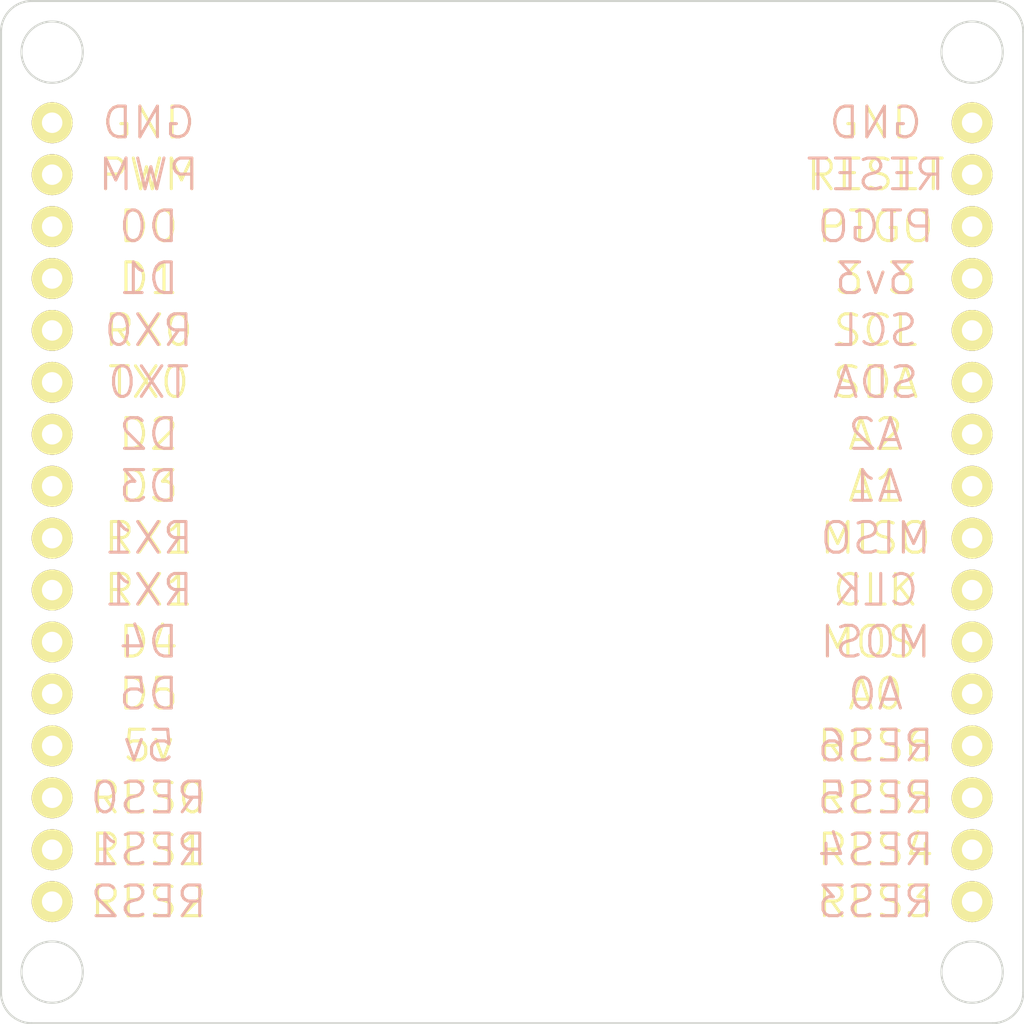
<source format=kicad_pcb>
(kicad_pcb (version 4) (host pcbnew "(2014-12-04 BZR 5312)-product")

  (general
    (links 0)
    (no_connects 0)
    (area 0 0 0 0)
    (thickness 1.6)
    (drawings 12)
    (tracks 0)
    (zones 0)
    (modules 1)
    (nets 33)
  )

  (page A4)
  (layers
    (0 F.Cu signal)
    (31 B.Cu signal)
    (32 B.Adhes user)
    (33 F.Adhes user)
    (34 B.Paste user)
    (35 F.Paste user)
    (36 B.SilkS user)
    (37 F.SilkS user)
    (38 B.Mask user)
    (39 F.Mask user)
    (40 Dwgs.User user)
    (41 Cmts.User user)
    (42 Eco1.User user)
    (43 Eco2.User user)
    (44 Edge.Cuts user)
    (45 Margin user)
    (46 B.CrtYd user)
    (47 F.CrtYd user)
    (48 B.Fab user)
    (49 F.Fab user)
  )

  (setup
    (last_trace_width 0.254)
    (trace_clearance 0.254)
    (zone_clearance 0.508)
    (zone_45_only no)
    (trace_min 0.254)
    (segment_width 0.2)
    (edge_width 0.1)
    (via_size 0.889)
    (via_drill 0.635)
    (via_min_size 0.889)
    (via_min_drill 0.508)
    (uvia_size 0.508)
    (uvia_drill 0.127)
    (uvias_allowed no)
    (uvia_min_size 0.508)
    (uvia_min_drill 0.127)
    (pcb_text_width 0.3)
    (pcb_text_size 1.5 1.5)
    (mod_edge_width 0.15)
    (mod_text_size 1 1)
    (mod_text_width 0.15)
    (pad_size 1.5 1.5)
    (pad_drill 0.6)
    (pad_to_mask_clearance 0)
    (aux_axis_origin 0 0)
    (visible_elements FFFFFF7F)
    (pcbplotparams
      (layerselection 0x00030_80000001)
      (usegerberextensions false)
      (excludeedgelayer true)
      (linewidth 0.100000)
      (plotframeref false)
      (viasonmask false)
      (mode 1)
      (useauxorigin false)
      (hpglpennumber 1)
      (hpglpenspeed 20)
      (hpglpendiameter 15)
      (hpglpenoverlay 2)
      (psnegative false)
      (psa4output false)
      (plotreference true)
      (plotvalue true)
      (plotinvisibletext false)
      (padsonsilk false)
      (subtractmaskfromsilk false)
      (outputformat 1)
      (mirror false)
      (drillshape 1)
      (scaleselection 1)
      (outputdirectory ""))
  )

  (net 0 "")
  (net 1 "Net-(U1-Pad1)")
  (net 2 "Net-(U1-Pad2)")
  (net 3 "Net-(U1-Pad3)")
  (net 4 "Net-(U1-Pad4)")
  (net 5 "Net-(U1-Pad5)")
  (net 6 "Net-(U1-Pad6)")
  (net 7 "Net-(U1-Pad7)")
  (net 8 "Net-(U1-Pad8)")
  (net 9 "Net-(U1-Pad9)")
  (net 10 "Net-(U1-Pad10)")
  (net 11 "Net-(U1-Pad11)")
  (net 12 "Net-(U1-Pad12)")
  (net 13 "Net-(U1-Pad13)")
  (net 14 "Net-(U1-Pad14)")
  (net 15 "Net-(U1-Pad15)")
  (net 16 "Net-(U1-Pad16)")
  (net 17 "Net-(U1-Pad32)")
  (net 18 "Net-(U1-Pad31)")
  (net 19 "Net-(U1-Pad30)")
  (net 20 "Net-(U1-Pad29)")
  (net 21 "Net-(U1-Pad28)")
  (net 22 "Net-(U1-Pad27)")
  (net 23 "Net-(U1-Pad26)")
  (net 24 "Net-(U1-Pad25)")
  (net 25 "Net-(U1-Pad24)")
  (net 26 "Net-(U1-Pad23)")
  (net 27 "Net-(U1-Pad22)")
  (net 28 "Net-(U1-Pad21)")
  (net 29 "Net-(U1-Pad20)")
  (net 30 "Net-(U1-Pad19)")
  (net 31 "Net-(U1-Pad18)")
  (net 32 "Net-(U1-Pad17)")

  (net_class Default "This is the default net class."
    (clearance 0.254)
    (trace_width 0.254)
    (via_dia 0.889)
    (via_drill 0.635)
    (uvia_dia 0.508)
    (uvia_drill 0.127)
    (add_net "Net-(U1-Pad1)")
    (add_net "Net-(U1-Pad10)")
    (add_net "Net-(U1-Pad11)")
    (add_net "Net-(U1-Pad12)")
    (add_net "Net-(U1-Pad13)")
    (add_net "Net-(U1-Pad14)")
    (add_net "Net-(U1-Pad15)")
    (add_net "Net-(U1-Pad16)")
    (add_net "Net-(U1-Pad17)")
    (add_net "Net-(U1-Pad18)")
    (add_net "Net-(U1-Pad19)")
    (add_net "Net-(U1-Pad2)")
    (add_net "Net-(U1-Pad20)")
    (add_net "Net-(U1-Pad21)")
    (add_net "Net-(U1-Pad22)")
    (add_net "Net-(U1-Pad23)")
    (add_net "Net-(U1-Pad24)")
    (add_net "Net-(U1-Pad25)")
    (add_net "Net-(U1-Pad26)")
    (add_net "Net-(U1-Pad27)")
    (add_net "Net-(U1-Pad28)")
    (add_net "Net-(U1-Pad29)")
    (add_net "Net-(U1-Pad3)")
    (add_net "Net-(U1-Pad30)")
    (add_net "Net-(U1-Pad31)")
    (add_net "Net-(U1-Pad32)")
    (add_net "Net-(U1-Pad4)")
    (add_net "Net-(U1-Pad5)")
    (add_net "Net-(U1-Pad6)")
    (add_net "Net-(U1-Pad7)")
    (add_net "Net-(U1-Pad8)")
    (add_net "Net-(U1-Pad9)")
  )

  (module _CrumpPrints:SnapStack (layer F.Cu) (tedit 54C57AF1) (tstamp 54C5C5D1)
    (at 148.5011 105.0036)
    (path /54C5C2AB)
    (fp_text reference U1 (at 0 0) (layer F.SilkS) hide
      (effects (font (size 1.2 1.2) (thickness 0.2)))
    )
    (fp_text value SnapStack (at 0 -17.78) (layer F.SilkS) hide
      (effects (font (size 1.2 1.2) (thickness 0.2)))
    )
    (fp_text user GND (at 17.78 -19.05) (layer B.SilkS)
      (effects (font (size 1.5 1.5) (thickness 0.15)) (justify mirror))
    )
    (fp_text user RES3 (at 17.78 19.05) (layer B.SilkS)
      (effects (font (size 1.5 1.5) (thickness 0.15)) (justify mirror))
    )
    (fp_text user RES4 (at 17.78 16.51) (layer B.SilkS)
      (effects (font (size 1.5 1.5) (thickness 0.15)) (justify mirror))
    )
    (fp_text user RES5 (at 17.78 13.97) (layer B.SilkS)
      (effects (font (size 1.5 1.5) (thickness 0.15)) (justify mirror))
    )
    (fp_text user RES6 (at 17.78 11.43) (layer B.SilkS)
      (effects (font (size 1.5 1.5) (thickness 0.15)) (justify mirror))
    )
    (fp_text user A0 (at 17.78 8.89) (layer B.SilkS)
      (effects (font (size 1.5 1.5) (thickness 0.15)) (justify mirror))
    )
    (fp_text user A1 (at 17.78 -1.27) (layer B.SilkS)
      (effects (font (size 1.5 1.5) (thickness 0.15)) (justify mirror))
    )
    (fp_text user A2 (at 17.78 -3.81) (layer B.SilkS)
      (effects (font (size 1.5 1.5) (thickness 0.15)) (justify mirror))
    )
    (fp_text user MOSI (at 17.78 6.35) (layer B.SilkS)
      (effects (font (size 1.5 1.5) (thickness 0.15)) (justify mirror))
    )
    (fp_text user CLK (at 17.78 3.81) (layer B.SilkS)
      (effects (font (size 1.5 1.5) (thickness 0.15)) (justify mirror))
    )
    (fp_text user MISO (at 17.78 1.27) (layer B.SilkS)
      (effects (font (size 1.5 1.5) (thickness 0.15)) (justify mirror))
    )
    (fp_text user SDA (at 17.78 -6.35) (layer B.SilkS)
      (effects (font (size 1.5 1.5) (thickness 0.15)) (justify mirror))
    )
    (fp_text user SCL (at 17.78 -8.89) (layer B.SilkS)
      (effects (font (size 1.5 1.5) (thickness 0.15)) (justify mirror))
    )
    (fp_text user 3v3 (at 17.78 -11.43) (layer B.SilkS)
      (effects (font (size 1.5 1.5) (thickness 0.15)) (justify mirror))
    )
    (fp_text user PTGO (at 17.78 -13.97) (layer B.SilkS)
      (effects (font (size 1.5 1.5) (thickness 0.15)) (justify mirror))
    )
    (fp_text user RESET (at 17.78 -16.51) (layer B.SilkS)
      (effects (font (size 1.5 1.5) (thickness 0.15)) (justify mirror))
    )
    (fp_text user GND (at -17.78 -19.05) (layer B.SilkS)
      (effects (font (size 1.5 1.5) (thickness 0.15)) (justify mirror))
    )
    (fp_text user PWM (at -17.78 -16.51) (layer B.SilkS)
      (effects (font (size 1.5 1.5) (thickness 0.15)) (justify mirror))
    )
    (fp_text user D0 (at -17.78 -13.97) (layer B.SilkS)
      (effects (font (size 1.5 1.5) (thickness 0.15)) (justify mirror))
    )
    (fp_text user D1 (at -17.78 -11.43) (layer B.SilkS)
      (effects (font (size 1.5 1.5) (thickness 0.15)) (justify mirror))
    )
    (fp_text user RX0 (at -17.78 -8.89) (layer B.SilkS)
      (effects (font (size 1.5 1.5) (thickness 0.15)) (justify mirror))
    )
    (fp_text user TX0 (at -17.78 -6.35) (layer B.SilkS)
      (effects (font (size 1.5 1.5) (thickness 0.15)) (justify mirror))
    )
    (fp_text user D2 (at -17.78 -3.81) (layer B.SilkS)
      (effects (font (size 1.5 1.5) (thickness 0.15)) (justify mirror))
    )
    (fp_text user D3 (at -17.78 -1.27) (layer B.SilkS)
      (effects (font (size 1.5 1.5) (thickness 0.15)) (justify mirror))
    )
    (fp_text user RX1 (at -17.78 1.27) (layer B.SilkS)
      (effects (font (size 1.5 1.5) (thickness 0.15)) (justify mirror))
    )
    (fp_text user RX1 (at -17.78 3.81) (layer B.SilkS)
      (effects (font (size 1.5 1.5) (thickness 0.15)) (justify mirror))
    )
    (fp_text user D4 (at -17.78 6.35) (layer B.SilkS)
      (effects (font (size 1.5 1.5) (thickness 0.15)) (justify mirror))
    )
    (fp_text user D5 (at -17.78 8.89) (layer B.SilkS)
      (effects (font (size 1.5 1.5) (thickness 0.15)) (justify mirror))
    )
    (fp_text user 5v (at -17.78 11.43) (layer B.SilkS)
      (effects (font (size 1.5 1.5) (thickness 0.15)) (justify mirror))
    )
    (fp_text user RES0 (at -17.78 13.97) (layer B.SilkS)
      (effects (font (size 1.5 1.5) (thickness 0.15)) (justify mirror))
    )
    (fp_text user RES1 (at -17.78 16.51) (layer B.SilkS)
      (effects (font (size 1.5 1.5) (thickness 0.15)) (justify mirror))
    )
    (fp_text user RES2 (at -17.78 19.05) (layer B.SilkS)
      (effects (font (size 1.5 1.5) (thickness 0.15)) (justify mirror))
    )
    (fp_text user RESET (at 17.78 -16.51) (layer F.SilkS)
      (effects (font (size 1.5 1.5) (thickness 0.15)))
    )
    (fp_text user PTGO (at 17.78 -13.97) (layer F.SilkS)
      (effects (font (size 1.5 1.5) (thickness 0.15)))
    )
    (fp_text user 3v3 (at 17.78 -11.43) (layer F.SilkS)
      (effects (font (size 1.5 1.5) (thickness 0.15)))
    )
    (fp_text user SCL (at 17.78 -8.89) (layer F.SilkS)
      (effects (font (size 1.5 1.5) (thickness 0.15)))
    )
    (fp_text user SDA (at 17.78 -6.35) (layer F.SilkS)
      (effects (font (size 1.5 1.5) (thickness 0.15)))
    )
    (fp_text user MISO (at 17.78 1.27) (layer F.SilkS)
      (effects (font (size 1.5 1.5) (thickness 0.15)))
    )
    (fp_text user CLK (at 17.78 3.81) (layer F.SilkS)
      (effects (font (size 1.5 1.5) (thickness 0.15)))
    )
    (fp_text user MOSI (at 17.78 6.35) (layer F.SilkS)
      (effects (font (size 1.5 1.5) (thickness 0.15)))
    )
    (fp_text user A2 (at 17.78 -3.81) (layer F.SilkS)
      (effects (font (size 1.5 1.5) (thickness 0.15)))
    )
    (fp_text user A1 (at 17.78 -1.27) (layer F.SilkS)
      (effects (font (size 1.5 1.5) (thickness 0.15)))
    )
    (fp_text user A0 (at 17.78 8.89) (layer F.SilkS)
      (effects (font (size 1.5 1.5) (thickness 0.15)))
    )
    (fp_text user RES6 (at 17.78 11.43) (layer F.SilkS)
      (effects (font (size 1.5 1.5) (thickness 0.15)))
    )
    (fp_text user RES5 (at 17.78 13.97) (layer F.SilkS)
      (effects (font (size 1.5 1.5) (thickness 0.15)))
    )
    (fp_text user RES4 (at 17.78 16.51) (layer F.SilkS)
      (effects (font (size 1.5 1.5) (thickness 0.15)))
    )
    (fp_text user RES3 (at 17.78 19.05) (layer F.SilkS)
      (effects (font (size 1.5 1.5) (thickness 0.15)))
    )
    (fp_text user RES2 (at -17.78 19.05) (layer F.SilkS)
      (effects (font (size 1.5 1.5) (thickness 0.15)))
    )
    (fp_text user RES1 (at -17.78 16.51) (layer F.SilkS)
      (effects (font (size 1.5 1.5) (thickness 0.15)))
    )
    (fp_text user RES0 (at -17.78 13.97) (layer F.SilkS)
      (effects (font (size 1.5 1.5) (thickness 0.15)))
    )
    (fp_text user 5v (at -17.78 11.43) (layer F.SilkS)
      (effects (font (size 1.5 1.5) (thickness 0.15)))
    )
    (fp_text user D5 (at -17.78 8.89) (layer F.SilkS)
      (effects (font (size 1.5 1.5) (thickness 0.15)))
    )
    (fp_text user D4 (at -17.78 6.35) (layer F.SilkS)
      (effects (font (size 1.5 1.5) (thickness 0.15)))
    )
    (fp_text user RX1 (at -17.78 3.81) (layer F.SilkS)
      (effects (font (size 1.5 1.5) (thickness 0.15)))
    )
    (fp_text user RX1 (at -17.78 1.27) (layer F.SilkS)
      (effects (font (size 1.5 1.5) (thickness 0.15)))
    )
    (fp_text user D3 (at -17.78 -1.27) (layer F.SilkS)
      (effects (font (size 1.5 1.5) (thickness 0.15)))
    )
    (fp_text user D2 (at -17.78 -3.81) (layer F.SilkS)
      (effects (font (size 1.5 1.5) (thickness 0.15)))
    )
    (fp_text user TX0 (at -17.78 -6.35) (layer F.SilkS)
      (effects (font (size 1.5 1.5) (thickness 0.15)))
    )
    (fp_text user RX0 (at -17.78 -8.89) (layer F.SilkS)
      (effects (font (size 1.5 1.5) (thickness 0.15)))
    )
    (fp_text user D1 (at -17.78 -11.43) (layer F.SilkS)
      (effects (font (size 1.5 1.5) (thickness 0.15)))
    )
    (fp_text user D0 (at -17.78 -13.97) (layer F.SilkS)
      (effects (font (size 1.5 1.5) (thickness 0.15)))
    )
    (fp_text user PWM (at -17.78 -16.51) (layer F.SilkS)
      (effects (font (size 1.5 1.5) (thickness 0.15)))
    )
    (fp_text user GND (at 17.78 -19.05) (layer F.SilkS)
      (effects (font (size 1.5 1.5) (thickness 0.15)))
    )
    (fp_text user GND (at -17.78 -19.05) (layer F.SilkS)
      (effects (font (size 1.5 1.5) (thickness 0.15)))
    )
    (pad 1 thru_hole oval (at -22.5 -19.05) (size 2 2) (drill 1) (layers *.Cu *.Mask F.SilkS)
      (net 1 "Net-(U1-Pad1)"))
    (pad 2 thru_hole oval (at -22.5 -16.51) (size 2 2) (drill 1) (layers *.Cu *.Mask F.SilkS)
      (net 2 "Net-(U1-Pad2)"))
    (pad 3 thru_hole oval (at -22.5 -13.97) (size 2 2) (drill 1) (layers *.Cu *.Mask F.SilkS)
      (net 3 "Net-(U1-Pad3)"))
    (pad 4 thru_hole oval (at -22.5 -11.43) (size 2 2) (drill 1) (layers *.Cu *.Mask F.SilkS)
      (net 4 "Net-(U1-Pad4)"))
    (pad 5 thru_hole oval (at -22.5 -8.89) (size 2 2) (drill 1) (layers *.Cu *.Mask F.SilkS)
      (net 5 "Net-(U1-Pad5)"))
    (pad 6 thru_hole oval (at -22.5 -6.35) (size 2 2) (drill 1) (layers *.Cu *.Mask F.SilkS)
      (net 6 "Net-(U1-Pad6)"))
    (pad 7 thru_hole oval (at -22.5 -3.81) (size 2 2) (drill 1) (layers *.Cu *.Mask F.SilkS)
      (net 7 "Net-(U1-Pad7)"))
    (pad 8 thru_hole oval (at -22.5 -1.27) (size 2 2) (drill 1) (layers *.Cu *.Mask F.SilkS)
      (net 8 "Net-(U1-Pad8)"))
    (pad 9 thru_hole oval (at -22.5 1.27) (size 2 2) (drill 1) (layers *.Cu *.Mask F.SilkS)
      (net 9 "Net-(U1-Pad9)"))
    (pad 10 thru_hole oval (at -22.5 3.81) (size 2 2) (drill 1) (layers *.Cu *.Mask F.SilkS)
      (net 10 "Net-(U1-Pad10)"))
    (pad 11 thru_hole oval (at -22.5 6.35) (size 2 2) (drill 1) (layers *.Cu *.Mask F.SilkS)
      (net 11 "Net-(U1-Pad11)"))
    (pad 12 thru_hole oval (at -22.5 8.89) (size 2 2) (drill 1) (layers *.Cu *.Mask F.SilkS)
      (net 12 "Net-(U1-Pad12)"))
    (pad 13 thru_hole oval (at -22.5 11.43) (size 2 2) (drill 1) (layers *.Cu *.Mask F.SilkS)
      (net 13 "Net-(U1-Pad13)"))
    (pad 14 thru_hole oval (at -22.5 13.97) (size 2 2) (drill 1) (layers *.Cu *.Mask F.SilkS)
      (net 14 "Net-(U1-Pad14)"))
    (pad 15 thru_hole oval (at -22.5 16.51) (size 2 2) (drill 1) (layers *.Cu *.Mask F.SilkS)
      (net 15 "Net-(U1-Pad15)"))
    (pad 16 thru_hole oval (at -22.5 19.05) (size 2 2) (drill 1) (layers *.Cu *.Mask F.SilkS)
      (net 16 "Net-(U1-Pad16)"))
    (pad 32 thru_hole oval (at 22.5 -19.05) (size 2 2) (drill 1) (layers *.Cu *.Mask F.SilkS)
      (net 17 "Net-(U1-Pad32)"))
    (pad 31 thru_hole oval (at 22.5 -16.51) (size 2 2) (drill 1) (layers *.Cu *.Mask F.SilkS)
      (net 18 "Net-(U1-Pad31)"))
    (pad 30 thru_hole oval (at 22.5 -13.97) (size 2 2) (drill 1) (layers *.Cu *.Mask F.SilkS)
      (net 19 "Net-(U1-Pad30)"))
    (pad 29 thru_hole oval (at 22.5 -11.43) (size 2 2) (drill 1) (layers *.Cu *.Mask F.SilkS)
      (net 20 "Net-(U1-Pad29)"))
    (pad 28 thru_hole oval (at 22.5 -8.89) (size 2 2) (drill 1) (layers *.Cu *.Mask F.SilkS)
      (net 21 "Net-(U1-Pad28)"))
    (pad 27 thru_hole oval (at 22.5 -6.35) (size 2 2) (drill 1) (layers *.Cu *.Mask F.SilkS)
      (net 22 "Net-(U1-Pad27)"))
    (pad 26 thru_hole oval (at 22.5 -3.81) (size 2 2) (drill 1) (layers *.Cu *.Mask F.SilkS)
      (net 23 "Net-(U1-Pad26)"))
    (pad 25 thru_hole oval (at 22.5 -1.27) (size 2 2) (drill 1) (layers *.Cu *.Mask F.SilkS)
      (net 24 "Net-(U1-Pad25)"))
    (pad 24 thru_hole oval (at 22.5 1.27) (size 2 2) (drill 1) (layers *.Cu *.Mask F.SilkS)
      (net 25 "Net-(U1-Pad24)"))
    (pad 23 thru_hole oval (at 22.5 3.81) (size 2 2) (drill 1) (layers *.Cu *.Mask F.SilkS)
      (net 26 "Net-(U1-Pad23)"))
    (pad 22 thru_hole oval (at 22.5 6.35) (size 2 2) (drill 1) (layers *.Cu *.Mask F.SilkS)
      (net 27 "Net-(U1-Pad22)"))
    (pad 21 thru_hole oval (at 22.5 8.89) (size 2 2) (drill 1) (layers *.Cu *.Mask F.SilkS)
      (net 28 "Net-(U1-Pad21)"))
    (pad 20 thru_hole oval (at 22.5 11.43) (size 2 2) (drill 1) (layers *.Cu *.Mask F.SilkS)
      (net 29 "Net-(U1-Pad20)"))
    (pad 19 thru_hole oval (at 22.5 13.97) (size 2 2) (drill 1) (layers *.Cu *.Mask F.SilkS)
      (net 30 "Net-(U1-Pad19)"))
    (pad 18 thru_hole oval (at 22.5 16.51) (size 2 2) (drill 1) (layers *.Cu *.Mask F.SilkS)
      (net 31 "Net-(U1-Pad18)"))
    (pad 17 thru_hole oval (at 22.5 19.05) (size 2 2) (drill 1) (layers *.Cu *.Mask F.SilkS)
      (net 32 "Net-(U1-Pad17)"))
  )

  (gr_circle (center 171 127.5) (end 171 129) (layer Edge.Cuts) (width 0.1))
  (gr_circle (center 126 127.5) (end 126 126) (layer Edge.Cuts) (width 0.1))
  (gr_circle (center 126 82.5) (end 126 81) (layer Edge.Cuts) (width 0.1))
  (gr_circle (center 171 82.5) (end 169.5 82.5) (layer Edge.Cuts) (width 0.1))
  (gr_line (start 123.5 81.5) (end 123.5 128.5) (angle 90) (layer Edge.Cuts) (width 0.1))
  (gr_line (start 172 80) (end 125 80) (angle 90) (layer Edge.Cuts) (width 0.1))
  (gr_line (start 173.5 128.5) (end 173.5 81.5) (angle 90) (layer Edge.Cuts) (width 0.1))
  (gr_line (start 125 130) (end 172 130) (angle 90) (layer Edge.Cuts) (width 0.1))
  (gr_arc (start 172 128.5) (end 173.5 128.5) (angle 90) (layer Edge.Cuts) (width 0.1))
  (gr_arc (start 125 128.5) (end 125 130) (angle 90) (layer Edge.Cuts) (width 0.1))
  (gr_arc (start 172 81.5) (end 172 80) (angle 90) (layer Edge.Cuts) (width 0.1))
  (gr_arc (start 125 81.5) (end 123.5 81.5) (angle 90) (layer Edge.Cuts) (width 0.1))

)

</source>
